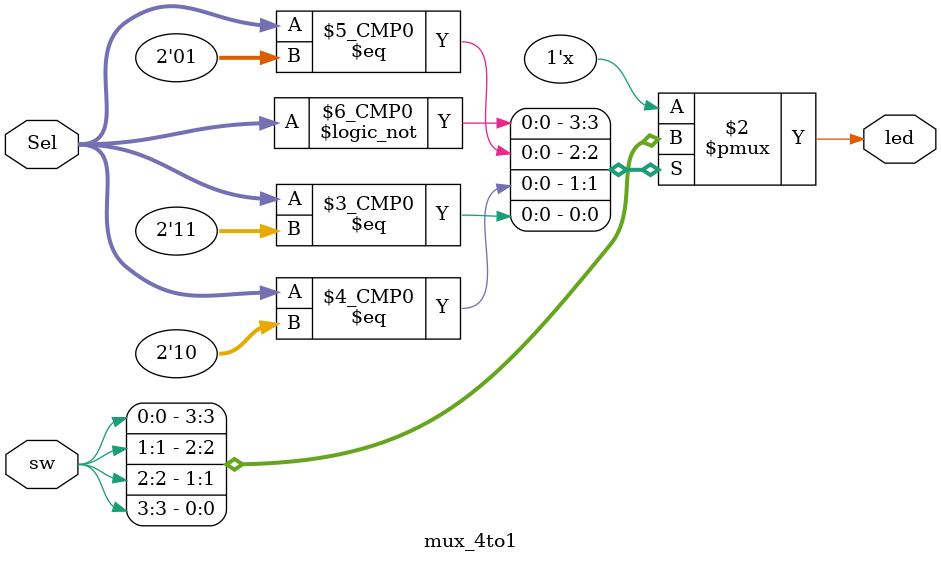
<source format=v>
`timescale 1ns / 1ps


module mux_4to1(
    input [3:0] sw,
    input [1:0] Sel,
    output led
    );


// Method 1    
// assign led = (Sel == 2'd0) ? sw[0] : (
//        (Sel == 2'd1) ? sw[1] : (
//            (Sel == 2'd2) ? sw[2] : sw[3]
//        )
//);

                         
// Method 2
//reg led;

//always @ (Sel, sw[0], sw[1], sw[2], sw[3])
//begin
//    if (Sel == 2'd0)
//        led = sw[0];
//    else if (Sel == 2'd1)
//        led = sw[1];
//    else if (Sel == 2'd2)
//        led = sw[2];
//    else
//        led = sw[3];
//end


// Method 3
reg led;

always @ (Sel, sw[0], sw[1], sw[2], sw[3])
begin
    case (Sel)
        2'd0:
            led = sw[0];
        2'd1:
            led = sw[1];
        2'd2:
            led = sw[2];
        2'd3:
            led = sw[3];
        default:
            led = 2'd0;
    endcase
end


endmodule

</source>
